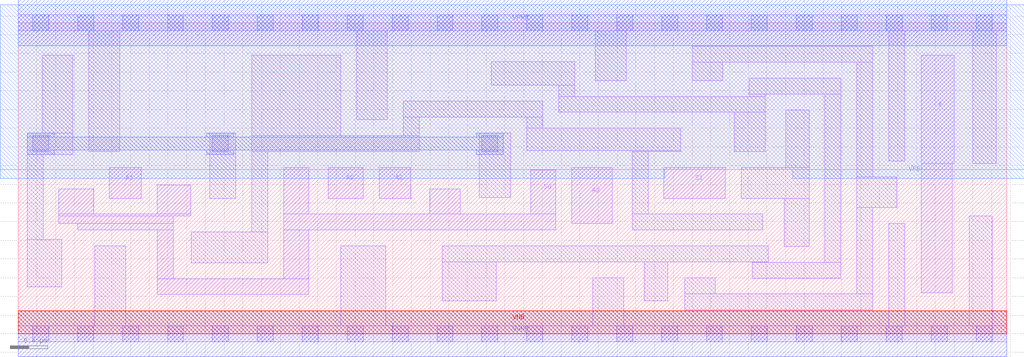
<source format=lef>
# Copyright 2020 The SkyWater PDK Authors
#
# Licensed under the Apache License, Version 2.0 (the "License");
# you may not use this file except in compliance with the License.
# You may obtain a copy of the License at
#
#     https://www.apache.org/licenses/LICENSE-2.0
#
# Unless required by applicable law or agreed to in writing, software
# distributed under the License is distributed on an "AS IS" BASIS,
# WITHOUT WARRANTIES OR CONDITIONS OF ANY KIND, either express or implied.
# See the License for the specific language governing permissions and
# limitations under the License.
#
# SPDX-License-Identifier: Apache-2.0

VERSION 5.7 ;
  NOWIREEXTENSIONATPIN ON ;
  DIVIDERCHAR "/" ;
  BUSBITCHARS "[]" ;
MACRO sky130_fd_sc_ms__mux4_2
  CLASS CORE ;
  FOREIGN sky130_fd_sc_ms__mux4_2 ;
  ORIGIN  0.000000  0.000000 ;
  SIZE  10.56000 BY  3.330000 ;
  SYMMETRY X Y ;
  SITE unit ;
  PIN A0
    ANTENNAGATEAREA  0.291000 ;
    DIRECTION INPUT ;
    USE SIGNAL ;
    PORT
      LAYER li1 ;
        RECT 3.315000 1.450000 3.685000 1.780000 ;
    END
  END A0
  PIN A1
    ANTENNAGATEAREA  0.291000 ;
    DIRECTION INPUT ;
    USE SIGNAL ;
    PORT
      LAYER li1 ;
        RECT 0.975000 1.450000 1.315000 1.780000 ;
    END
  END A1
  PIN A2
    ANTENNAGATEAREA  0.291000 ;
    DIRECTION INPUT ;
    USE SIGNAL ;
    PORT
      LAYER li1 ;
        RECT 5.915000 1.180000 6.345000 1.780000 ;
    END
  END A2
  PIN A3
    ANTENNAGATEAREA  0.291000 ;
    DIRECTION INPUT ;
    USE SIGNAL ;
    PORT
      LAYER li1 ;
        RECT 3.855000 1.450000 4.195000 1.780000 ;
    END
  END A3
  PIN S0
    ANTENNAGATEAREA  0.858000 ;
    DIRECTION INPUT ;
    USE SIGNAL ;
    PORT
      LAYER li1 ;
        RECT 0.435000 1.180000 1.655000 1.260000 ;
        RECT 0.435000 1.260000 1.845000 1.280000 ;
        RECT 0.435000 1.280000 0.805000 1.550000 ;
        RECT 0.635000 1.110000 1.655000 1.180000 ;
        RECT 1.485000 0.420000 3.105000 0.590000 ;
        RECT 1.485000 0.590000 1.655000 1.110000 ;
        RECT 1.485000 1.280000 1.845000 1.590000 ;
        RECT 2.835000 0.590000 3.105000 1.110000 ;
        RECT 2.835000 1.110000 5.745000 1.280000 ;
        RECT 2.835000 1.280000 3.105000 1.780000 ;
        RECT 4.395000 1.280000 4.725000 1.550000 ;
        RECT 5.475000 1.280000 5.745000 1.750000 ;
    END
  END S0
  PIN S1
    ANTENNAGATEAREA  0.567000 ;
    DIRECTION INPUT ;
    USE SIGNAL ;
    PORT
      LAYER li1 ;
        RECT 6.900000 1.450000 7.555000 1.780000 ;
    END
  END S1
  PIN X
    ANTENNADIFFAREA  0.509600 ;
    DIRECTION OUTPUT ;
    USE SIGNAL ;
    PORT
      LAYER li1 ;
        RECT 9.650000 0.440000  9.980000 1.820000 ;
        RECT 9.650000 1.820000 10.000000 2.980000 ;
    END
  END X
  PIN VGND
    DIRECTION INOUT ;
    USE GROUND ;
    PORT
      LAYER met1 ;
        RECT 0.000000 -0.245000 10.560000 0.245000 ;
    END
  END VGND
  PIN VNB
    DIRECTION INOUT ;
    USE GROUND ;
    PORT
      LAYER pwell ;
        RECT 0.000000 0.000000 10.560000 0.245000 ;
    END
  END VNB
  PIN VPB
    DIRECTION INOUT ;
    USE POWER ;
    PORT
      LAYER nwell ;
        RECT -0.190000 1.660000  6.910000 1.760000 ;
        RECT -0.190000 1.760000 10.750000 3.520000 ;
        RECT  8.275000 1.660000 10.750000 1.760000 ;
    END
  END VPB
  PIN VPWR
    DIRECTION INOUT ;
    USE POWER ;
    PORT
      LAYER met1 ;
        RECT 0.000000 3.085000 10.560000 3.575000 ;
    END
  END VPWR
  OBS
    LAYER li1 ;
      RECT  0.000000 -0.085000 10.560000 0.085000 ;
      RECT  0.000000  3.245000 10.560000 3.415000 ;
      RECT  0.095000  0.500000  0.465000 1.010000 ;
      RECT  0.095000  1.010000  0.265000 1.920000 ;
      RECT  0.095000  1.920000  0.585000 2.150000 ;
      RECT  0.255000  2.150000  0.585000 2.980000 ;
      RECT  0.755000  1.950000  1.085000 3.245000 ;
      RECT  0.820000  0.085000  1.150000 0.940000 ;
      RECT  1.850000  0.760000  2.665000 1.090000 ;
      RECT  2.045000  1.450000  2.325000 2.150000 ;
      RECT  2.495000  1.090000  2.665000 1.950000 ;
      RECT  2.495000  1.950000  4.285000 2.120000 ;
      RECT  2.495000  2.120000  3.445000 2.980000 ;
      RECT  3.445000  0.085000  3.925000 0.940000 ;
      RECT  3.615000  2.290000  3.945000 3.245000 ;
      RECT  4.115000  2.120000  4.285000 2.320000 ;
      RECT  4.115000  2.320000  5.605000 2.490000 ;
      RECT  4.530000  0.350000  5.105000 0.770000 ;
      RECT  4.530000  0.770000  8.015000 0.940000 ;
      RECT  4.925000  1.460000  5.265000 2.150000 ;
      RECT  5.055000  2.660000  5.945000 2.910000 ;
      RECT  5.435000  1.960000  7.080000 2.200000 ;
      RECT  5.435000  2.200000  5.605000 2.320000 ;
      RECT  5.775000  2.370000  7.980000 2.540000 ;
      RECT  5.775000  2.540000  5.945000 2.660000 ;
      RECT  6.140000  0.085000  6.470000 0.600000 ;
      RECT  6.165000  2.710000  6.495000 3.245000 ;
      RECT  6.560000  1.110000  7.955000 1.280000 ;
      RECT  6.560000  1.280000  6.730000 1.950000 ;
      RECT  6.560000  1.950000  7.080000 1.960000 ;
      RECT  6.690000  0.350000  6.940000 0.770000 ;
      RECT  7.120000  0.255000  9.130000 0.425000 ;
      RECT  7.120000  0.425000  7.450000 0.600000 ;
      RECT  7.200000  2.710000  7.530000 2.905000 ;
      RECT  7.200000  2.905000  9.130000 3.075000 ;
      RECT  7.650000  1.950000  7.980000 2.370000 ;
      RECT  7.725000  1.450000  8.450000 1.780000 ;
      RECT  7.810000  2.540000  7.980000 2.565000 ;
      RECT  7.810000  2.565000  8.790000 2.735000 ;
      RECT  7.845000  0.595000  8.790000 0.765000 ;
      RECT  7.845000  0.765000  8.015000 0.770000 ;
      RECT  8.185000  0.935000  8.450000 1.450000 ;
      RECT  8.200000  1.780000  8.450000 2.395000 ;
      RECT  8.620000  0.765000  8.790000 2.565000 ;
      RECT  8.960000  0.425000  9.130000 1.350000 ;
      RECT  8.960000  1.350000  9.385000 1.680000 ;
      RECT  8.960000  1.680000  9.130000 2.905000 ;
      RECT  9.300000  0.085000  9.470000 1.180000 ;
      RECT  9.300000  1.850000  9.470000 3.245000 ;
      RECT 10.160000  0.085000 10.410000 1.260000 ;
      RECT 10.200000  1.820000 10.450000 3.245000 ;
    LAYER mcon ;
      RECT  0.155000 -0.085000  0.325000 0.085000 ;
      RECT  0.155000  1.950000  0.325000 2.120000 ;
      RECT  0.155000  3.245000  0.325000 3.415000 ;
      RECT  0.635000 -0.085000  0.805000 0.085000 ;
      RECT  0.635000  3.245000  0.805000 3.415000 ;
      RECT  1.115000 -0.085000  1.285000 0.085000 ;
      RECT  1.115000  3.245000  1.285000 3.415000 ;
      RECT  1.595000 -0.085000  1.765000 0.085000 ;
      RECT  1.595000  3.245000  1.765000 3.415000 ;
      RECT  2.075000 -0.085000  2.245000 0.085000 ;
      RECT  2.075000  1.950000  2.245000 2.120000 ;
      RECT  2.075000  3.245000  2.245000 3.415000 ;
      RECT  2.555000 -0.085000  2.725000 0.085000 ;
      RECT  2.555000  3.245000  2.725000 3.415000 ;
      RECT  3.035000 -0.085000  3.205000 0.085000 ;
      RECT  3.035000  3.245000  3.205000 3.415000 ;
      RECT  3.515000 -0.085000  3.685000 0.085000 ;
      RECT  3.515000  3.245000  3.685000 3.415000 ;
      RECT  3.995000 -0.085000  4.165000 0.085000 ;
      RECT  3.995000  3.245000  4.165000 3.415000 ;
      RECT  4.475000 -0.085000  4.645000 0.085000 ;
      RECT  4.475000  3.245000  4.645000 3.415000 ;
      RECT  4.955000 -0.085000  5.125000 0.085000 ;
      RECT  4.955000  1.950000  5.125000 2.120000 ;
      RECT  4.955000  3.245000  5.125000 3.415000 ;
      RECT  5.435000 -0.085000  5.605000 0.085000 ;
      RECT  5.435000  3.245000  5.605000 3.415000 ;
      RECT  5.915000 -0.085000  6.085000 0.085000 ;
      RECT  5.915000  3.245000  6.085000 3.415000 ;
      RECT  6.395000 -0.085000  6.565000 0.085000 ;
      RECT  6.395000  3.245000  6.565000 3.415000 ;
      RECT  6.875000 -0.085000  7.045000 0.085000 ;
      RECT  6.875000  3.245000  7.045000 3.415000 ;
      RECT  7.355000 -0.085000  7.525000 0.085000 ;
      RECT  7.355000  3.245000  7.525000 3.415000 ;
      RECT  7.835000 -0.085000  8.005000 0.085000 ;
      RECT  7.835000  3.245000  8.005000 3.415000 ;
      RECT  8.315000 -0.085000  8.485000 0.085000 ;
      RECT  8.315000  3.245000  8.485000 3.415000 ;
      RECT  8.795000 -0.085000  8.965000 0.085000 ;
      RECT  8.795000  3.245000  8.965000 3.415000 ;
      RECT  9.275000 -0.085000  9.445000 0.085000 ;
      RECT  9.275000  3.245000  9.445000 3.415000 ;
      RECT  9.755000 -0.085000  9.925000 0.085000 ;
      RECT  9.755000  3.245000  9.925000 3.415000 ;
      RECT 10.235000 -0.085000 10.405000 0.085000 ;
      RECT 10.235000  3.245000 10.405000 3.415000 ;
    LAYER met1 ;
      RECT 0.095000 1.920000 0.385000 1.965000 ;
      RECT 0.095000 1.965000 5.185000 2.105000 ;
      RECT 0.095000 2.105000 0.385000 2.150000 ;
      RECT 2.015000 1.920000 2.305000 1.965000 ;
      RECT 2.015000 2.105000 2.305000 2.150000 ;
      RECT 4.895000 1.920000 5.185000 1.965000 ;
      RECT 4.895000 2.105000 5.185000 2.150000 ;
  END
END sky130_fd_sc_ms__mux4_2
END LIBRARY

</source>
